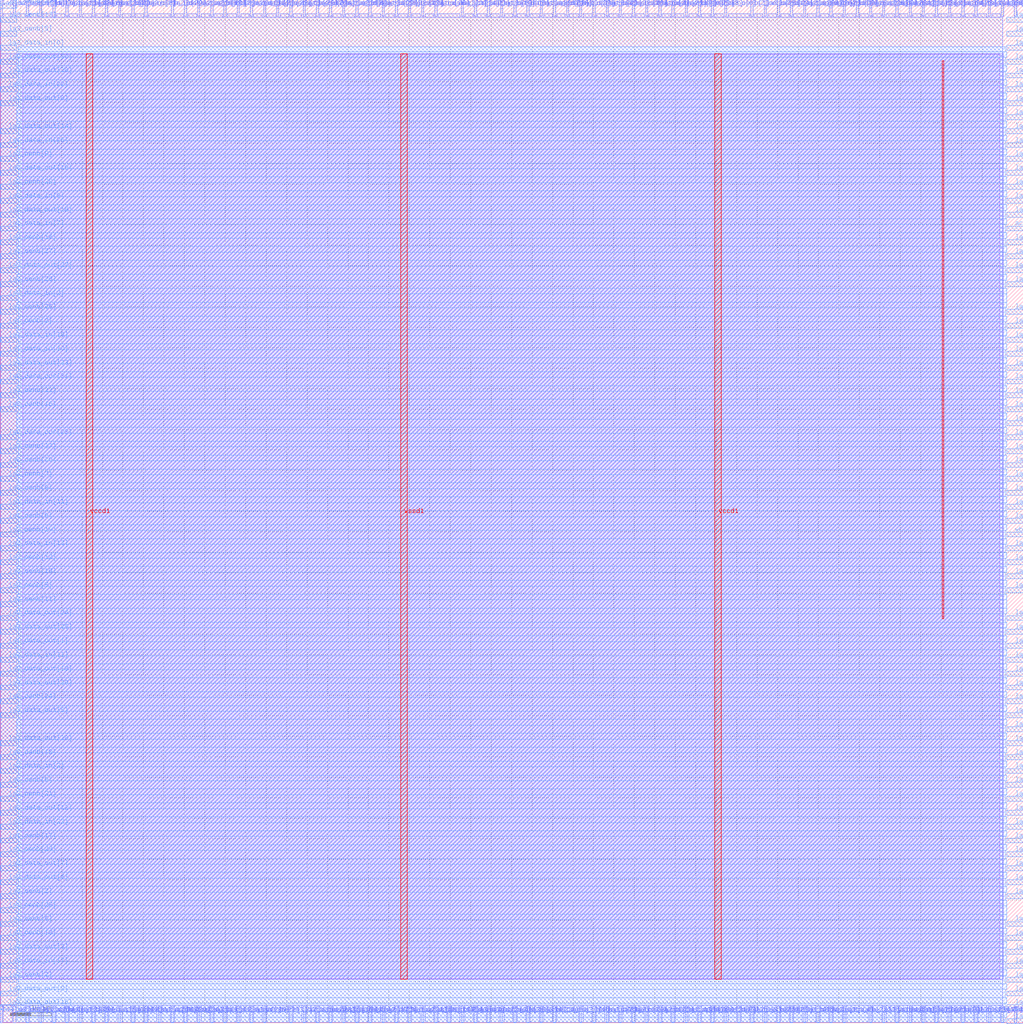
<source format=lef>
VERSION 5.7 ;
  NOWIREEXTENSIONATPIN ON ;
  DIVIDERCHAR "/" ;
  BUSBITCHARS "[]" ;
MACRO wrapped_instrumented_adder_kogge
  CLASS BLOCK ;
  FOREIGN wrapped_instrumented_adder_kogge ;
  ORIGIN 0.000 0.000 ;
  SIZE 250.000 BY 250.000 ;
  PIN active
    DIRECTION INPUT ;
    USE SIGNAL ;
    PORT
      LAYER met3 ;
        RECT 246.000 193.540 250.000 194.740 ;
    END
  END active
  PIN la1_data_in[0]
    DIRECTION INPUT ;
    USE SIGNAL ;
    PORT
      LAYER met2 ;
        RECT 64.350 246.000 64.910 250.000 ;
    END
  END la1_data_in[0]
  PIN la1_data_in[10]
    DIRECTION INPUT ;
    USE SIGNAL ;
    PORT
      LAYER met3 ;
        RECT 0.000 162.940 4.000 164.140 ;
    END
  END la1_data_in[10]
  PIN la1_data_in[11]
    DIRECTION INPUT ;
    USE SIGNAL ;
    PORT
      LAYER met3 ;
        RECT 0.000 125.540 4.000 126.740 ;
    END
  END la1_data_in[11]
  PIN la1_data_in[12]
    DIRECTION INPUT ;
    USE SIGNAL ;
    PORT
      LAYER met2 ;
        RECT 12.830 246.000 13.390 250.000 ;
    END
  END la1_data_in[12]
  PIN la1_data_in[13]
    DIRECTION INPUT ;
    USE SIGNAL ;
    PORT
      LAYER met3 ;
        RECT 246.000 169.740 250.000 170.940 ;
    END
  END la1_data_in[13]
  PIN la1_data_in[14]
    DIRECTION INPUT ;
    USE SIGNAL ;
    PORT
      LAYER met2 ;
        RECT 148.070 0.000 148.630 4.000 ;
    END
  END la1_data_in[14]
  PIN la1_data_in[15]
    DIRECTION INPUT ;
    USE SIGNAL ;
    PORT
      LAYER met2 ;
        RECT 77.230 0.000 77.790 4.000 ;
    END
  END la1_data_in[15]
  PIN la1_data_in[16]
    DIRECTION INPUT ;
    USE SIGNAL ;
    PORT
      LAYER met2 ;
        RECT 148.070 246.000 148.630 250.000 ;
    END
  END la1_data_in[16]
  PIN la1_data_in[17]
    DIRECTION INPUT ;
    USE SIGNAL ;
    PORT
      LAYER met2 ;
        RECT 93.330 246.000 93.890 250.000 ;
    END
  END la1_data_in[17]
  PIN la1_data_in[18]
    DIRECTION INPUT ;
    USE SIGNAL ;
    PORT
      LAYER met3 ;
        RECT 0.000 166.340 4.000 167.540 ;
    END
  END la1_data_in[18]
  PIN la1_data_in[19]
    DIRECTION INPUT ;
    USE SIGNAL ;
    PORT
      LAYER met3 ;
        RECT 246.000 20.140 250.000 21.340 ;
    END
  END la1_data_in[19]
  PIN la1_data_in[1]
    DIRECTION INPUT ;
    USE SIGNAL ;
    PORT
      LAYER met2 ;
        RECT 109.430 0.000 109.990 4.000 ;
    END
  END la1_data_in[1]
  PIN la1_data_in[20]
    DIRECTION INPUT ;
    USE SIGNAL ;
    PORT
      LAYER met2 ;
        RECT 180.270 0.000 180.830 4.000 ;
    END
  END la1_data_in[20]
  PIN la1_data_in[21]
    DIRECTION INPUT ;
    USE SIGNAL ;
    PORT
      LAYER met3 ;
        RECT 246.000 47.340 250.000 48.540 ;
    END
  END la1_data_in[21]
  PIN la1_data_in[22]
    DIRECTION INPUT ;
    USE SIGNAL ;
    PORT
      LAYER met2 ;
        RECT 235.010 0.000 235.570 4.000 ;
    END
  END la1_data_in[22]
  PIN la1_data_in[23]
    DIRECTION INPUT ;
    USE SIGNAL ;
    PORT
      LAYER met2 ;
        RECT 218.910 0.000 219.470 4.000 ;
    END
  END la1_data_in[23]
  PIN la1_data_in[24]
    DIRECTION INPUT ;
    USE SIGNAL ;
    PORT
      LAYER met3 ;
        RECT 246.000 3.140 250.000 4.340 ;
    END
  END la1_data_in[24]
  PIN la1_data_in[25]
    DIRECTION INPUT ;
    USE SIGNAL ;
    PORT
      LAYER met2 ;
        RECT 241.450 0.000 242.010 4.000 ;
    END
  END la1_data_in[25]
  PIN la1_data_in[26]
    DIRECTION INPUT ;
    USE SIGNAL ;
    PORT
      LAYER met3 ;
        RECT 0.000 213.940 4.000 215.140 ;
    END
  END la1_data_in[26]
  PIN la1_data_in[27]
    DIRECTION INPUT ;
    USE SIGNAL ;
    PORT
      LAYER met3 ;
        RECT 246.000 230.940 250.000 232.140 ;
    END
  END la1_data_in[27]
  PIN la1_data_in[28]
    DIRECTION INPUT ;
    USE SIGNAL ;
    PORT
      LAYER met3 ;
        RECT 246.000 145.940 250.000 147.140 ;
    END
  END la1_data_in[28]
  PIN la1_data_in[29]
    DIRECTION INPUT ;
    USE SIGNAL ;
    PORT
      LAYER met3 ;
        RECT 246.000 115.340 250.000 116.540 ;
    END
  END la1_data_in[29]
  PIN la1_data_in[2]
    DIRECTION INPUT ;
    USE SIGNAL ;
    PORT
      LAYER met2 ;
        RECT 25.710 0.000 26.270 4.000 ;
    END
  END la1_data_in[2]
  PIN la1_data_in[30]
    DIRECTION INPUT ;
    USE SIGNAL ;
    PORT
      LAYER met3 ;
        RECT 246.000 37.140 250.000 38.340 ;
    END
  END la1_data_in[30]
  PIN la1_data_in[31]
    DIRECTION INPUT ;
    USE SIGNAL ;
    PORT
      LAYER met2 ;
        RECT 9.610 246.000 10.170 250.000 ;
    END
  END la1_data_in[31]
  PIN la1_data_in[3]
    DIRECTION INPUT ;
    USE SIGNAL ;
    PORT
      LAYER met2 ;
        RECT 206.030 0.000 206.590 4.000 ;
    END
  END la1_data_in[3]
  PIN la1_data_in[4]
    DIRECTION INPUT ;
    USE SIGNAL ;
    PORT
      LAYER met2 ;
        RECT 199.590 0.000 200.150 4.000 ;
    END
  END la1_data_in[4]
  PIN la1_data_in[5]
    DIRECTION INPUT ;
    USE SIGNAL ;
    PORT
      LAYER met3 ;
        RECT 246.000 166.340 250.000 167.540 ;
    END
  END la1_data_in[5]
  PIN la1_data_in[6]
    DIRECTION INPUT ;
    USE SIGNAL ;
    PORT
      LAYER met3 ;
        RECT 246.000 43.940 250.000 45.140 ;
    END
  END la1_data_in[6]
  PIN la1_data_in[7]
    DIRECTION INPUT ;
    USE SIGNAL ;
    PORT
      LAYER met3 ;
        RECT 0.000 193.540 4.000 194.740 ;
    END
  END la1_data_in[7]
  PIN la1_data_in[8]
    DIRECTION INPUT ;
    USE SIGNAL ;
    PORT
      LAYER met2 ;
        RECT 196.370 0.000 196.930 4.000 ;
    END
  END la1_data_in[8]
  PIN la1_data_in[9]
    DIRECTION INPUT ;
    USE SIGNAL ;
    PORT
      LAYER met2 ;
        RECT 177.050 0.000 177.610 4.000 ;
    END
  END la1_data_in[9]
  PIN la1_data_out[0]
    DIRECTION INOUT ;
    USE SIGNAL ;
    PORT
      LAYER met3 ;
        RECT 0.000 224.140 4.000 225.340 ;
    END
  END la1_data_out[0]
  PIN la1_data_out[10]
    DIRECTION INOUT ;
    USE SIGNAL ;
    PORT
      LAYER met2 ;
        RECT 160.950 246.000 161.510 250.000 ;
    END
  END la1_data_out[10]
  PIN la1_data_out[11]
    DIRECTION INOUT ;
    USE SIGNAL ;
    PORT
      LAYER met2 ;
        RECT 99.770 0.000 100.330 4.000 ;
    END
  END la1_data_out[11]
  PIN la1_data_out[12]
    DIRECTION INOUT ;
    USE SIGNAL ;
    PORT
      LAYER met3 ;
        RECT 246.000 190.140 250.000 191.340 ;
    END
  END la1_data_out[12]
  PIN la1_data_out[13]
    DIRECTION INOUT ;
    USE SIGNAL ;
    PORT
      LAYER met3 ;
        RECT 246.000 139.140 250.000 140.340 ;
    END
  END la1_data_out[13]
  PIN la1_data_out[14]
    DIRECTION INOUT ;
    USE SIGNAL ;
    PORT
      LAYER met2 ;
        RECT 106.210 246.000 106.770 250.000 ;
    END
  END la1_data_out[14]
  PIN la1_data_out[15]
    DIRECTION INOUT ;
    USE SIGNAL ;
    PORT
      LAYER met2 ;
        RECT 54.690 0.000 55.250 4.000 ;
    END
  END la1_data_out[15]
  PIN la1_data_out[16]
    DIRECTION INOUT ;
    USE SIGNAL ;
    PORT
      LAYER met2 ;
        RECT 125.530 246.000 126.090 250.000 ;
    END
  END la1_data_out[16]
  PIN la1_data_out[17]
    DIRECTION INOUT ;
    USE SIGNAL ;
    PORT
      LAYER met2 ;
        RECT 54.690 246.000 55.250 250.000 ;
    END
  END la1_data_out[17]
  PIN la1_data_out[18]
    DIRECTION INOUT ;
    USE SIGNAL ;
    PORT
      LAYER met2 ;
        RECT 128.750 246.000 129.310 250.000 ;
    END
  END la1_data_out[18]
  PIN la1_data_out[19]
    DIRECTION INOUT ;
    USE SIGNAL ;
    PORT
      LAYER met3 ;
        RECT 246.000 81.340 250.000 82.540 ;
    END
  END la1_data_out[19]
  PIN la1_data_out[1]
    DIRECTION INOUT ;
    USE SIGNAL ;
    PORT
      LAYER met3 ;
        RECT 0.000 91.540 4.000 92.740 ;
    END
  END la1_data_out[1]
  PIN la1_data_out[20]
    DIRECTION INOUT ;
    USE SIGNAL ;
    PORT
      LAYER met3 ;
        RECT 0.000 230.940 4.000 232.140 ;
    END
  END la1_data_out[20]
  PIN la1_data_out[21]
    DIRECTION INOUT ;
    USE SIGNAL ;
    PORT
      LAYER met2 ;
        RECT 167.390 0.000 167.950 4.000 ;
    END
  END la1_data_out[21]
  PIN la1_data_out[22]
    DIRECTION INOUT ;
    USE SIGNAL ;
    PORT
      LAYER met2 ;
        RECT 19.270 246.000 19.830 250.000 ;
    END
  END la1_data_out[22]
  PIN la1_data_out[23]
    DIRECTION INOUT ;
    USE SIGNAL ;
    PORT
      LAYER met3 ;
        RECT 0.000 159.540 4.000 160.740 ;
    END
  END la1_data_out[23]
  PIN la1_data_out[24]
    DIRECTION INOUT ;
    USE SIGNAL ;
    PORT
      LAYER met2 ;
        RECT 215.690 0.000 216.250 4.000 ;
    END
  END la1_data_out[24]
  PIN la1_data_out[25]
    DIRECTION INOUT ;
    USE SIGNAL ;
    PORT
      LAYER met2 ;
        RECT 235.010 246.000 235.570 250.000 ;
    END
  END la1_data_out[25]
  PIN la1_data_out[26]
    DIRECTION INOUT ;
    USE SIGNAL ;
    PORT
      LAYER met3 ;
        RECT 246.000 237.740 250.000 238.940 ;
    END
  END la1_data_out[26]
  PIN la1_data_out[27]
    DIRECTION INOUT ;
    USE SIGNAL ;
    PORT
      LAYER met3 ;
        RECT 246.000 105.140 250.000 106.340 ;
    END
  END la1_data_out[27]
  PIN la1_data_out[28]
    DIRECTION INOUT ;
    USE SIGNAL ;
    PORT
      LAYER met3 ;
        RECT 246.000 207.140 250.000 208.340 ;
    END
  END la1_data_out[28]
  PIN la1_data_out[29]
    DIRECTION INOUT ;
    USE SIGNAL ;
    PORT
      LAYER met2 ;
        RECT 193.150 246.000 193.710 250.000 ;
    END
  END la1_data_out[29]
  PIN la1_data_out[2]
    DIRECTION INOUT ;
    USE SIGNAL ;
    PORT
      LAYER met2 ;
        RECT 225.350 0.000 225.910 4.000 ;
    END
  END la1_data_out[2]
  PIN la1_data_out[30]
    DIRECTION INOUT ;
    USE SIGNAL ;
    PORT
      LAYER met2 ;
        RECT 38.590 0.000 39.150 4.000 ;
    END
  END la1_data_out[30]
  PIN la1_data_out[31]
    DIRECTION INOUT ;
    USE SIGNAL ;
    PORT
      LAYER met2 ;
        RECT 212.470 246.000 213.030 250.000 ;
    END
  END la1_data_out[31]
  PIN la1_data_out[3]
    DIRECTION INOUT ;
    USE SIGNAL ;
    PORT
      LAYER met2 ;
        RECT 86.890 0.000 87.450 4.000 ;
    END
  END la1_data_out[3]
  PIN la1_data_out[4]
    DIRECTION INOUT ;
    USE SIGNAL ;
    PORT
      LAYER met3 ;
        RECT 246.000 128.940 250.000 130.140 ;
    END
  END la1_data_out[4]
  PIN la1_data_out[5]
    DIRECTION INOUT ;
    USE SIGNAL ;
    PORT
      LAYER met2 ;
        RECT 19.270 0.000 19.830 4.000 ;
    END
  END la1_data_out[5]
  PIN la1_data_out[6]
    DIRECTION INOUT ;
    USE SIGNAL ;
    PORT
      LAYER met3 ;
        RECT 246.000 196.940 250.000 198.140 ;
    END
  END la1_data_out[6]
  PIN la1_data_out[7]
    DIRECTION INOUT ;
    USE SIGNAL ;
    PORT
      LAYER met2 ;
        RECT 135.190 246.000 135.750 250.000 ;
    END
  END la1_data_out[7]
  PIN la1_data_out[8]
    DIRECTION INOUT ;
    USE SIGNAL ;
    PORT
      LAYER met2 ;
        RECT 199.590 246.000 200.150 250.000 ;
    END
  END la1_data_out[8]
  PIN la1_data_out[9]
    DIRECTION INOUT ;
    USE SIGNAL ;
    PORT
      LAYER met3 ;
        RECT 246.000 60.940 250.000 62.140 ;
    END
  END la1_data_out[9]
  PIN la1_oenb[0]
    DIRECTION INPUT ;
    USE SIGNAL ;
    PORT
      LAYER met2 ;
        RECT 74.010 246.000 74.570 250.000 ;
    END
  END la1_oenb[0]
  PIN la1_oenb[10]
    DIRECTION INPUT ;
    USE SIGNAL ;
    PORT
      LAYER met3 ;
        RECT 246.000 98.340 250.000 99.540 ;
    END
  END la1_oenb[10]
  PIN la1_oenb[11]
    DIRECTION INPUT ;
    USE SIGNAL ;
    PORT
      LAYER met3 ;
        RECT 246.000 67.740 250.000 68.940 ;
    END
  END la1_oenb[11]
  PIN la1_oenb[12]
    DIRECTION INPUT ;
    USE SIGNAL ;
    PORT
      LAYER met3 ;
        RECT 246.000 135.740 250.000 136.940 ;
    END
  END la1_oenb[12]
  PIN la1_oenb[13]
    DIRECTION INPUT ;
    USE SIGNAL ;
    PORT
      LAYER met2 ;
        RECT 64.350 0.000 64.910 4.000 ;
    END
  END la1_oenb[13]
  PIN la1_oenb[14]
    DIRECTION INPUT ;
    USE SIGNAL ;
    PORT
      LAYER met3 ;
        RECT 246.000 217.340 250.000 218.540 ;
    END
  END la1_oenb[14]
  PIN la1_oenb[15]
    DIRECTION INPUT ;
    USE SIGNAL ;
    PORT
      LAYER met2 ;
        RECT 96.550 246.000 97.110 250.000 ;
    END
  END la1_oenb[15]
  PIN la1_oenb[16]
    DIRECTION INPUT ;
    USE SIGNAL ;
    PORT
      LAYER met2 ;
        RECT 122.310 246.000 122.870 250.000 ;
    END
  END la1_oenb[16]
  PIN la1_oenb[17]
    DIRECTION INPUT ;
    USE SIGNAL ;
    PORT
      LAYER met3 ;
        RECT 0.000 43.940 4.000 45.140 ;
    END
  END la1_oenb[17]
  PIN la1_oenb[18]
    DIRECTION INPUT ;
    USE SIGNAL ;
    PORT
      LAYER met2 ;
        RECT 131.970 246.000 132.530 250.000 ;
    END
  END la1_oenb[18]
  PIN la1_oenb[19]
    DIRECTION INPUT ;
    USE SIGNAL ;
    PORT
      LAYER met3 ;
        RECT 246.000 23.540 250.000 24.740 ;
    END
  END la1_oenb[19]
  PIN la1_oenb[1]
    DIRECTION INPUT ;
    USE SIGNAL ;
    PORT
      LAYER met3 ;
        RECT 246.000 241.140 250.000 242.340 ;
    END
  END la1_oenb[1]
  PIN la1_oenb[20]
    DIRECTION INPUT ;
    USE SIGNAL ;
    PORT
      LAYER met2 ;
        RECT 106.210 0.000 106.770 4.000 ;
    END
  END la1_oenb[20]
  PIN la1_oenb[21]
    DIRECTION INPUT ;
    USE SIGNAL ;
    PORT
      LAYER met2 ;
        RECT 112.650 246.000 113.210 250.000 ;
    END
  END la1_oenb[21]
  PIN la1_oenb[22]
    DIRECTION INPUT ;
    USE SIGNAL ;
    PORT
      LAYER met2 ;
        RECT 61.130 0.000 61.690 4.000 ;
    END
  END la1_oenb[22]
  PIN la1_oenb[23]
    DIRECTION INPUT ;
    USE SIGNAL ;
    PORT
      LAYER met3 ;
        RECT 0.000 247.940 4.000 249.140 ;
    END
  END la1_oenb[23]
  PIN la1_oenb[24]
    DIRECTION INPUT ;
    USE SIGNAL ;
    PORT
      LAYER met2 ;
        RECT 247.890 0.000 248.450 4.000 ;
    END
  END la1_oenb[24]
  PIN la1_oenb[25]
    DIRECTION INPUT ;
    USE SIGNAL ;
    PORT
      LAYER met3 ;
        RECT 0.000 26.940 4.000 28.140 ;
    END
  END la1_oenb[25]
  PIN la1_oenb[26]
    DIRECTION INPUT ;
    USE SIGNAL ;
    PORT
      LAYER met3 ;
        RECT 0.000 173.140 4.000 174.340 ;
    END
  END la1_oenb[26]
  PIN la1_oenb[27]
    DIRECTION INPUT ;
    USE SIGNAL ;
    PORT
      LAYER met3 ;
        RECT 0.000 186.740 4.000 187.940 ;
    END
  END la1_oenb[27]
  PIN la1_oenb[28]
    DIRECTION INPUT ;
    USE SIGNAL ;
    PORT
      LAYER met3 ;
        RECT 0.000 40.540 4.000 41.740 ;
    END
  END la1_oenb[28]
  PIN la1_oenb[29]
    DIRECTION INPUT ;
    USE SIGNAL ;
    PORT
      LAYER met3 ;
        RECT 246.000 71.140 250.000 72.340 ;
    END
  END la1_oenb[29]
  PIN la1_oenb[2]
    DIRECTION INPUT ;
    USE SIGNAL ;
    PORT
      LAYER met3 ;
        RECT 0.000 169.740 4.000 170.940 ;
    END
  END la1_oenb[2]
  PIN la1_oenb[30]
    DIRECTION INPUT ;
    USE SIGNAL ;
    PORT
      LAYER met3 ;
        RECT 246.000 152.740 250.000 153.940 ;
    END
  END la1_oenb[30]
  PIN la1_oenb[31]
    DIRECTION INPUT ;
    USE SIGNAL ;
    PORT
      LAYER met2 ;
        RECT 25.710 246.000 26.270 250.000 ;
    END
  END la1_oenb[31]
  PIN la1_oenb[3]
    DIRECTION INPUT ;
    USE SIGNAL ;
    PORT
      LAYER met2 ;
        RECT 57.910 0.000 58.470 4.000 ;
    END
  END la1_oenb[3]
  PIN la1_oenb[4]
    DIRECTION INPUT ;
    USE SIGNAL ;
    PORT
      LAYER met2 ;
        RECT 28.930 0.000 29.490 4.000 ;
    END
  END la1_oenb[4]
  PIN la1_oenb[5]
    DIRECTION INPUT ;
    USE SIGNAL ;
    PORT
      LAYER met2 ;
        RECT 83.670 246.000 84.230 250.000 ;
    END
  END la1_oenb[5]
  PIN la1_oenb[6]
    DIRECTION INPUT ;
    USE SIGNAL ;
    PORT
      LAYER met3 ;
        RECT 0.000 23.540 4.000 24.740 ;
    END
  END la1_oenb[6]
  PIN la1_oenb[7]
    DIRECTION INPUT ;
    USE SIGNAL ;
    PORT
      LAYER met3 ;
        RECT 246.000 213.940 250.000 215.140 ;
    END
  END la1_oenb[7]
  PIN la1_oenb[8]
    DIRECTION INPUT ;
    USE SIGNAL ;
    PORT
      LAYER met3 ;
        RECT 0.000 122.140 4.000 123.340 ;
    END
  END la1_oenb[8]
  PIN la1_oenb[9]
    DIRECTION INPUT ;
    USE SIGNAL ;
    PORT
      LAYER met2 ;
        RECT 228.570 0.000 229.130 4.000 ;
    END
  END la1_oenb[9]
  PIN la2_data_in[0]
    DIRECTION INPUT ;
    USE SIGNAL ;
    PORT
      LAYER met3 ;
        RECT 0.000 237.740 4.000 238.940 ;
    END
  END la2_data_in[0]
  PIN la2_data_in[10]
    DIRECTION INPUT ;
    USE SIGNAL ;
    PORT
      LAYER met2 ;
        RECT 12.830 0.000 13.390 4.000 ;
    END
  END la2_data_in[10]
  PIN la2_data_in[11]
    DIRECTION INPUT ;
    USE SIGNAL ;
    PORT
      LAYER met3 ;
        RECT 0.000 88.140 4.000 89.340 ;
    END
  END la2_data_in[11]
  PIN la2_data_in[12]
    DIRECTION INPUT ;
    USE SIGNAL ;
    PORT
      LAYER met2 ;
        RECT 218.910 246.000 219.470 250.000 ;
    END
  END la2_data_in[12]
  PIN la2_data_in[13]
    DIRECTION INPUT ;
    USE SIGNAL ;
    PORT
      LAYER met3 ;
        RECT 0.000 115.340 4.000 116.540 ;
    END
  END la2_data_in[13]
  PIN la2_data_in[14]
    DIRECTION INPUT ;
    USE SIGNAL ;
    PORT
      LAYER met2 ;
        RECT 80.450 0.000 81.010 4.000 ;
    END
  END la2_data_in[14]
  PIN la2_data_in[15]
    DIRECTION INPUT ;
    USE SIGNAL ;
    PORT
      LAYER met2 ;
        RECT 238.230 246.000 238.790 250.000 ;
    END
  END la2_data_in[15]
  PIN la2_data_in[16]
    DIRECTION INPUT ;
    USE SIGNAL ;
    PORT
      LAYER met3 ;
        RECT 246.000 -0.260 250.000 0.940 ;
    END
  END la2_data_in[16]
  PIN la2_data_in[17]
    DIRECTION INPUT ;
    USE SIGNAL ;
    PORT
      LAYER met3 ;
        RECT 246.000 159.540 250.000 160.740 ;
    END
  END la2_data_in[17]
  PIN la2_data_in[18]
    DIRECTION INPUT ;
    USE SIGNAL ;
    PORT
      LAYER met2 ;
        RECT 45.030 246.000 45.590 250.000 ;
    END
  END la2_data_in[18]
  PIN la2_data_in[19]
    DIRECTION INPUT ;
    USE SIGNAL ;
    PORT
      LAYER met3 ;
        RECT 246.000 6.540 250.000 7.740 ;
    END
  END la2_data_in[19]
  PIN la2_data_in[1]
    DIRECTION INPUT ;
    USE SIGNAL ;
    PORT
      LAYER met3 ;
        RECT 246.000 108.540 250.000 109.740 ;
    END
  END la2_data_in[1]
  PIN la2_data_in[20]
    DIRECTION INPUT ;
    USE SIGNAL ;
    PORT
      LAYER met2 ;
        RECT 41.810 0.000 42.370 4.000 ;
    END
  END la2_data_in[20]
  PIN la2_data_in[21]
    DIRECTION INPUT ;
    USE SIGNAL ;
    PORT
      LAYER met2 ;
        RECT 141.630 0.000 142.190 4.000 ;
    END
  END la2_data_in[21]
  PIN la2_data_in[22]
    DIRECTION INPUT ;
    USE SIGNAL ;
    PORT
      LAYER met2 ;
        RECT 61.130 246.000 61.690 250.000 ;
    END
  END la2_data_in[22]
  PIN la2_data_in[23]
    DIRECTION INPUT ;
    USE SIGNAL ;
    PORT
      LAYER met2 ;
        RECT 228.570 246.000 229.130 250.000 ;
    END
  END la2_data_in[23]
  PIN la2_data_in[24]
    DIRECTION INPUT ;
    USE SIGNAL ;
    PORT
      LAYER met2 ;
        RECT 80.450 246.000 81.010 250.000 ;
    END
  END la2_data_in[24]
  PIN la2_data_in[25]
    DIRECTION INPUT ;
    USE SIGNAL ;
    PORT
      LAYER met2 ;
        RECT 102.990 0.000 103.550 4.000 ;
    END
  END la2_data_in[25]
  PIN la2_data_in[26]
    DIRECTION INPUT ;
    USE SIGNAL ;
    PORT
      LAYER met2 ;
        RECT 99.770 246.000 100.330 250.000 ;
    END
  END la2_data_in[26]
  PIN la2_data_in[27]
    DIRECTION INPUT ;
    USE SIGNAL ;
    PORT
      LAYER met2 ;
        RECT 231.790 0.000 232.350 4.000 ;
    END
  END la2_data_in[27]
  PIN la2_data_in[28]
    DIRECTION INPUT ;
    USE SIGNAL ;
    PORT
      LAYER met2 ;
        RECT 67.570 246.000 68.130 250.000 ;
    END
  END la2_data_in[28]
  PIN la2_data_in[29]
    DIRECTION INPUT ;
    USE SIGNAL ;
    PORT
      LAYER met2 ;
        RECT 35.370 246.000 35.930 250.000 ;
    END
  END la2_data_in[29]
  PIN la2_data_in[2]
    DIRECTION INPUT ;
    USE SIGNAL ;
    PORT
      LAYER met3 ;
        RECT 0.000 60.940 4.000 62.140 ;
    END
  END la2_data_in[2]
  PIN la2_data_in[30]
    DIRECTION INPUT ;
    USE SIGNAL ;
    PORT
      LAYER met3 ;
        RECT 246.000 16.740 250.000 17.940 ;
    END
  END la2_data_in[30]
  PIN la2_data_in[31]
    DIRECTION INPUT ;
    USE SIGNAL ;
    PORT
      LAYER met2 ;
        RECT 122.310 0.000 122.870 4.000 ;
    END
  END la2_data_in[31]
  PIN la2_data_in[3]
    DIRECTION INPUT ;
    USE SIGNAL ;
    PORT
      LAYER met2 ;
        RECT 196.370 246.000 196.930 250.000 ;
    END
  END la2_data_in[3]
  PIN la2_data_in[4]
    DIRECTION INPUT ;
    USE SIGNAL ;
    PORT
      LAYER met2 ;
        RECT 154.510 246.000 155.070 250.000 ;
    END
  END la2_data_in[4]
  PIN la2_data_in[5]
    DIRECTION INPUT ;
    USE SIGNAL ;
    PORT
      LAYER met2 ;
        RECT 222.130 246.000 222.690 250.000 ;
    END
  END la2_data_in[5]
  PIN la2_data_in[6]
    DIRECTION INPUT ;
    USE SIGNAL ;
    PORT
      LAYER met2 ;
        RECT 135.190 0.000 135.750 4.000 ;
    END
  END la2_data_in[6]
  PIN la2_data_in[7]
    DIRECTION INPUT ;
    USE SIGNAL ;
    PORT
      LAYER met2 ;
        RECT 189.930 0.000 190.490 4.000 ;
    END
  END la2_data_in[7]
  PIN la2_data_in[8]
    DIRECTION INPUT ;
    USE SIGNAL ;
    PORT
      LAYER met2 ;
        RECT 57.910 246.000 58.470 250.000 ;
    END
  END la2_data_in[8]
  PIN la2_data_in[9]
    DIRECTION INPUT ;
    USE SIGNAL ;
    PORT
      LAYER met3 ;
        RECT 0.000 200.340 4.000 201.540 ;
    END
  END la2_data_in[9]
  PIN la2_data_out[0]
    DIRECTION INOUT ;
    USE SIGNAL ;
    PORT
      LAYER met3 ;
        RECT 246.000 132.340 250.000 133.540 ;
    END
  END la2_data_out[0]
  PIN la2_data_out[10]
    DIRECTION INOUT ;
    USE SIGNAL ;
    PORT
      LAYER met3 ;
        RECT 246.000 156.140 250.000 157.340 ;
    END
  END la2_data_out[10]
  PIN la2_data_out[11]
    DIRECTION INOUT ;
    USE SIGNAL ;
    PORT
      LAYER met2 ;
        RECT -0.050 246.000 0.510 250.000 ;
    END
  END la2_data_out[11]
  PIN la2_data_out[12]
    DIRECTION INOUT ;
    USE SIGNAL ;
    PORT
      LAYER met3 ;
        RECT 0.000 50.740 4.000 51.940 ;
    END
  END la2_data_out[12]
  PIN la2_data_out[13]
    DIRECTION INOUT ;
    USE SIGNAL ;
    PORT
      LAYER met2 ;
        RECT 160.950 0.000 161.510 4.000 ;
    END
  END la2_data_out[13]
  PIN la2_data_out[14]
    DIRECTION INOUT ;
    USE SIGNAL ;
    PORT
      LAYER met3 ;
        RECT 0.000 217.340 4.000 218.540 ;
    END
  END la2_data_out[14]
  PIN la2_data_out[15]
    DIRECTION INOUT ;
    USE SIGNAL ;
    PORT
      LAYER met3 ;
        RECT 0.000 196.940 4.000 198.140 ;
    END
  END la2_data_out[15]
  PIN la2_data_out[16]
    DIRECTION INOUT ;
    USE SIGNAL ;
    PORT
      LAYER met2 ;
        RECT 77.230 246.000 77.790 250.000 ;
    END
  END la2_data_out[16]
  PIN la2_data_out[17]
    DIRECTION INOUT ;
    USE SIGNAL ;
    PORT
      LAYER met2 ;
        RECT 86.890 246.000 87.450 250.000 ;
    END
  END la2_data_out[17]
  PIN la2_data_out[18]
    DIRECTION INOUT ;
    USE SIGNAL ;
    PORT
      LAYER met3 ;
        RECT 0.000 84.740 4.000 85.940 ;
    END
  END la2_data_out[18]
  PIN la2_data_out[19]
    DIRECTION INOUT ;
    USE SIGNAL ;
    PORT
      LAYER met2 ;
        RECT 41.810 246.000 42.370 250.000 ;
    END
  END la2_data_out[19]
  PIN la2_data_out[1]
    DIRECTION INOUT ;
    USE SIGNAL ;
    PORT
      LAYER met3 ;
        RECT 246.000 234.340 250.000 235.540 ;
    END
  END la2_data_out[1]
  PIN la2_data_out[20]
    DIRECTION INOUT ;
    USE SIGNAL ;
    PORT
      LAYER met3 ;
        RECT 0.000 67.740 4.000 68.940 ;
    END
  END la2_data_out[20]
  PIN la2_data_out[21]
    DIRECTION INOUT ;
    USE SIGNAL ;
    PORT
      LAYER met2 ;
        RECT 93.330 0.000 93.890 4.000 ;
    END
  END la2_data_out[21]
  PIN la2_data_out[22]
    DIRECTION INOUT ;
    USE SIGNAL ;
    PORT
      LAYER met3 ;
        RECT 246.000 149.340 250.000 150.540 ;
    END
  END la2_data_out[22]
  PIN la2_data_out[23]
    DIRECTION INOUT ;
    USE SIGNAL ;
    PORT
      LAYER met3 ;
        RECT 0.000 142.540 4.000 143.740 ;
    END
  END la2_data_out[23]
  PIN la2_data_out[24]
    DIRECTION INOUT ;
    USE SIGNAL ;
    PORT
      LAYER met3 ;
        RECT 0.000 98.340 4.000 99.540 ;
    END
  END la2_data_out[24]
  PIN la2_data_out[25]
    DIRECTION INOUT ;
    USE SIGNAL ;
    PORT
      LAYER met2 ;
        RECT 206.030 246.000 206.590 250.000 ;
    END
  END la2_data_out[25]
  PIN la2_data_out[26]
    DIRECTION INOUT ;
    USE SIGNAL ;
    PORT
      LAYER met2 ;
        RECT 96.550 0.000 97.110 4.000 ;
    END
  END la2_data_out[26]
  PIN la2_data_out[27]
    DIRECTION INOUT ;
    USE SIGNAL ;
    PORT
      LAYER met2 ;
        RECT 189.930 246.000 190.490 250.000 ;
    END
  END la2_data_out[27]
  PIN la2_data_out[28]
    DIRECTION INOUT ;
    USE SIGNAL ;
    PORT
      LAYER met3 ;
        RECT 246.000 142.540 250.000 143.740 ;
    END
  END la2_data_out[28]
  PIN la2_data_out[29]
    DIRECTION INOUT ;
    USE SIGNAL ;
    PORT
      LAYER met2 ;
        RECT 212.470 0.000 213.030 4.000 ;
    END
  END la2_data_out[29]
  PIN la2_data_out[2]
    DIRECTION INOUT ;
    USE SIGNAL ;
    PORT
      LAYER met3 ;
        RECT 0.000 6.540 4.000 7.740 ;
    END
  END la2_data_out[2]
  PIN la2_data_out[30]
    DIRECTION INOUT ;
    USE SIGNAL ;
    PORT
      LAYER met3 ;
        RECT 0.000 234.340 4.000 235.540 ;
    END
  END la2_data_out[30]
  PIN la2_data_out[31]
    DIRECTION INOUT ;
    USE SIGNAL ;
    PORT
      LAYER met3 ;
        RECT 0.000 156.140 4.000 157.340 ;
    END
  END la2_data_out[31]
  PIN la2_data_out[3]
    DIRECTION INOUT ;
    USE SIGNAL ;
    PORT
      LAYER met3 ;
        RECT 0.000 16.740 4.000 17.940 ;
    END
  END la2_data_out[3]
  PIN la2_data_out[4]
    DIRECTION INOUT ;
    USE SIGNAL ;
    PORT
      LAYER met3 ;
        RECT 0.000 33.740 4.000 34.940 ;
    END
  END la2_data_out[4]
  PIN la2_data_out[5]
    DIRECTION INOUT ;
    USE SIGNAL ;
    PORT
      LAYER met2 ;
        RECT 154.510 0.000 155.070 4.000 ;
    END
  END la2_data_out[5]
  PIN la2_data_out[6]
    DIRECTION INOUT ;
    USE SIGNAL ;
    PORT
      LAYER met2 ;
        RECT 74.010 0.000 74.570 4.000 ;
    END
  END la2_data_out[6]
  PIN la2_data_out[7]
    DIRECTION INOUT ;
    USE SIGNAL ;
    PORT
      LAYER met3 ;
        RECT 0.000 37.140 4.000 38.340 ;
    END
  END la2_data_out[7]
  PIN la2_data_out[8]
    DIRECTION INOUT ;
    USE SIGNAL ;
    PORT
      LAYER met3 ;
        RECT 246.000 40.540 250.000 41.740 ;
    END
  END la2_data_out[8]
  PIN la2_data_out[9]
    DIRECTION INOUT ;
    USE SIGNAL ;
    PORT
      LAYER met3 ;
        RECT 246.000 77.940 250.000 79.140 ;
    END
  END la2_data_out[9]
  PIN la2_oenb[0]
    DIRECTION INPUT ;
    USE SIGNAL ;
    PORT
      LAYER met2 ;
        RECT 173.830 246.000 174.390 250.000 ;
    END
  END la2_oenb[0]
  PIN la2_oenb[10]
    DIRECTION INPUT ;
    USE SIGNAL ;
    PORT
      LAYER met3 ;
        RECT 0.000 118.740 4.000 119.940 ;
    END
  END la2_oenb[10]
  PIN la2_oenb[11]
    DIRECTION INPUT ;
    USE SIGNAL ;
    PORT
      LAYER met2 ;
        RECT 138.410 246.000 138.970 250.000 ;
    END
  END la2_oenb[11]
  PIN la2_oenb[12]
    DIRECTION INPUT ;
    USE SIGNAL ;
    PORT
      LAYER met3 ;
        RECT 246.000 74.540 250.000 75.740 ;
    END
  END la2_oenb[12]
  PIN la2_oenb[13]
    DIRECTION INPUT ;
    USE SIGNAL ;
    PORT
      LAYER met3 ;
        RECT 246.000 220.740 250.000 221.940 ;
    END
  END la2_oenb[13]
  PIN la2_oenb[14]
    DIRECTION INPUT ;
    USE SIGNAL ;
    PORT
      LAYER met3 ;
        RECT 0.000 190.140 4.000 191.340 ;
    END
  END la2_oenb[14]
  PIN la2_oenb[15]
    DIRECTION INPUT ;
    USE SIGNAL ;
    PORT
      LAYER met2 ;
        RECT 151.290 0.000 151.850 4.000 ;
    END
  END la2_oenb[15]
  PIN la2_oenb[16]
    DIRECTION INPUT ;
    USE SIGNAL ;
    PORT
      LAYER met3 ;
        RECT 246.000 183.340 250.000 184.540 ;
    END
  END la2_oenb[16]
  PIN la2_oenb[17]
    DIRECTION INPUT ;
    USE SIGNAL ;
    PORT
      LAYER met2 ;
        RECT 6.390 246.000 6.950 250.000 ;
    END
  END la2_oenb[17]
  PIN la2_oenb[18]
    DIRECTION INPUT ;
    USE SIGNAL ;
    PORT
      LAYER met3 ;
        RECT 0.000 20.140 4.000 21.340 ;
    END
  END la2_oenb[18]
  PIN la2_oenb[19]
    DIRECTION INPUT ;
    USE SIGNAL ;
    PORT
      LAYER met2 ;
        RECT 183.490 0.000 184.050 4.000 ;
    END
  END la2_oenb[19]
  PIN la2_oenb[1]
    DIRECTION INPUT ;
    USE SIGNAL ;
    PORT
      LAYER met2 ;
        RECT 177.050 246.000 177.610 250.000 ;
    END
  END la2_oenb[1]
  PIN la2_oenb[20]
    DIRECTION INPUT ;
    USE SIGNAL ;
    PORT
      LAYER met2 ;
        RECT 48.250 246.000 48.810 250.000 ;
    END
  END la2_oenb[20]
  PIN la2_oenb[21]
    DIRECTION INPUT ;
    USE SIGNAL ;
    PORT
      LAYER met3 ;
        RECT 0.000 54.140 4.000 55.340 ;
    END
  END la2_oenb[21]
  PIN la2_oenb[22]
    DIRECTION INPUT ;
    USE SIGNAL ;
    PORT
      LAYER met3 ;
        RECT 0.000 152.740 4.000 153.940 ;
    END
  END la2_oenb[22]
  PIN la2_oenb[23]
    DIRECTION INPUT ;
    USE SIGNAL ;
    PORT
      LAYER met3 ;
        RECT 246.000 88.140 250.000 89.340 ;
    END
  END la2_oenb[23]
  PIN la2_oenb[24]
    DIRECTION INPUT ;
    USE SIGNAL ;
    PORT
      LAYER met3 ;
        RECT 0.000 77.940 4.000 79.140 ;
    END
  END la2_oenb[24]
  PIN la2_oenb[25]
    DIRECTION INPUT ;
    USE SIGNAL ;
    PORT
      LAYER met2 ;
        RECT 193.150 0.000 193.710 4.000 ;
    END
  END la2_oenb[25]
  PIN la2_oenb[26]
    DIRECTION INPUT ;
    USE SIGNAL ;
    PORT
      LAYER met2 ;
        RECT 183.490 246.000 184.050 250.000 ;
    END
  END la2_oenb[26]
  PIN la2_oenb[27]
    DIRECTION INPUT ;
    USE SIGNAL ;
    PORT
      LAYER met3 ;
        RECT 0.000 139.140 4.000 140.340 ;
    END
  END la2_oenb[27]
  PIN la2_oenb[28]
    DIRECTION INPUT ;
    USE SIGNAL ;
    PORT
      LAYER met3 ;
        RECT 0.000 203.740 4.000 204.940 ;
    END
  END la2_oenb[28]
  PIN la2_oenb[29]
    DIRECTION INPUT ;
    USE SIGNAL ;
    PORT
      LAYER met2 ;
        RECT 167.390 246.000 167.950 250.000 ;
    END
  END la2_oenb[29]
  PIN la2_oenb[2]
    DIRECTION INPUT ;
    USE SIGNAL ;
    PORT
      LAYER met3 ;
        RECT 0.000 9.940 4.000 11.140 ;
    END
  END la2_oenb[2]
  PIN la2_oenb[30]
    DIRECTION INPUT ;
    USE SIGNAL ;
    PORT
      LAYER met3 ;
        RECT 0.000 135.740 4.000 136.940 ;
    END
  END la2_oenb[30]
  PIN la2_oenb[31]
    DIRECTION INPUT ;
    USE SIGNAL ;
    PORT
      LAYER met2 ;
        RECT 151.290 246.000 151.850 250.000 ;
    END
  END la2_oenb[31]
  PIN la2_oenb[3]
    DIRECTION INPUT ;
    USE SIGNAL ;
    PORT
      LAYER met2 ;
        RECT 3.170 246.000 3.730 250.000 ;
    END
  END la2_oenb[3]
  PIN la2_oenb[4]
    DIRECTION INPUT ;
    USE SIGNAL ;
    PORT
      LAYER met2 ;
        RECT 247.890 246.000 248.450 250.000 ;
    END
  END la2_oenb[4]
  PIN la2_oenb[5]
    DIRECTION INPUT ;
    USE SIGNAL ;
    PORT
      LAYER met3 ;
        RECT 0.000 105.140 4.000 106.340 ;
    END
  END la2_oenb[5]
  PIN la2_oenb[6]
    DIRECTION INPUT ;
    USE SIGNAL ;
    PORT
      LAYER met2 ;
        RECT 119.090 246.000 119.650 250.000 ;
    END
  END la2_oenb[6]
  PIN la2_oenb[7]
    DIRECTION INPUT ;
    USE SIGNAL ;
    PORT
      LAYER met3 ;
        RECT 0.000 132.340 4.000 133.540 ;
    END
  END la2_oenb[7]
  PIN la2_oenb[8]
    DIRECTION INPUT ;
    USE SIGNAL ;
    PORT
      LAYER met2 ;
        RECT 51.470 246.000 52.030 250.000 ;
    END
  END la2_oenb[8]
  PIN la2_oenb[9]
    DIRECTION INPUT ;
    USE SIGNAL ;
    PORT
      LAYER met3 ;
        RECT 0.000 128.940 4.000 130.140 ;
    END
  END la2_oenb[9]
  PIN la3_data_in[0]
    DIRECTION INPUT ;
    USE SIGNAL ;
    PORT
      LAYER met3 ;
        RECT 246.000 111.940 250.000 113.140 ;
    END
  END la3_data_in[0]
  PIN la3_data_in[10]
    DIRECTION INPUT ;
    USE SIGNAL ;
    PORT
      LAYER met2 ;
        RECT 131.970 0.000 132.530 4.000 ;
    END
  END la3_data_in[10]
  PIN la3_data_in[11]
    DIRECTION INPUT ;
    USE SIGNAL ;
    PORT
      LAYER met3 ;
        RECT 246.000 91.540 250.000 92.740 ;
    END
  END la3_data_in[11]
  PIN la3_data_in[12]
    DIRECTION INPUT ;
    USE SIGNAL ;
    PORT
      LAYER met3 ;
        RECT 246.000 30.340 250.000 31.540 ;
    END
  END la3_data_in[12]
  PIN la3_data_in[13]
    DIRECTION INPUT ;
    USE SIGNAL ;
    PORT
      LAYER met2 ;
        RECT 202.810 0.000 203.370 4.000 ;
    END
  END la3_data_in[13]
  PIN la3_data_in[14]
    DIRECTION INPUT ;
    USE SIGNAL ;
    PORT
      LAYER met2 ;
        RECT 231.790 246.000 232.350 250.000 ;
    END
  END la3_data_in[14]
  PIN la3_data_in[15]
    DIRECTION INPUT ;
    USE SIGNAL ;
    PORT
      LAYER met3 ;
        RECT 246.000 203.740 250.000 204.940 ;
    END
  END la3_data_in[15]
  PIN la3_data_in[16]
    DIRECTION INPUT ;
    USE SIGNAL ;
    PORT
      LAYER met2 ;
        RECT 119.090 0.000 119.650 4.000 ;
    END
  END la3_data_in[16]
  PIN la3_data_in[17]
    DIRECTION INPUT ;
    USE SIGNAL ;
    PORT
      LAYER met3 ;
        RECT 0.000 13.340 4.000 14.540 ;
    END
  END la3_data_in[17]
  PIN la3_data_in[18]
    DIRECTION INPUT ;
    USE SIGNAL ;
    PORT
      LAYER met3 ;
        RECT 246.000 13.340 250.000 14.540 ;
    END
  END la3_data_in[18]
  PIN la3_data_in[19]
    DIRECTION INPUT ;
    USE SIGNAL ;
    PORT
      LAYER met2 ;
        RECT 115.870 246.000 116.430 250.000 ;
    END
  END la3_data_in[19]
  PIN la3_data_in[1]
    DIRECTION INPUT ;
    USE SIGNAL ;
    PORT
      LAYER met2 ;
        RECT 115.870 0.000 116.430 4.000 ;
    END
  END la3_data_in[1]
  PIN la3_data_in[20]
    DIRECTION INPUT ;
    USE SIGNAL ;
    PORT
      LAYER met2 ;
        RECT 22.490 0.000 23.050 4.000 ;
    END
  END la3_data_in[20]
  PIN la3_data_in[21]
    DIRECTION INPUT ;
    USE SIGNAL ;
    PORT
      LAYER met2 ;
        RECT 157.730 246.000 158.290 250.000 ;
    END
  END la3_data_in[21]
  PIN la3_data_in[22]
    DIRECTION INPUT ;
    USE SIGNAL ;
    PORT
      LAYER met3 ;
        RECT 0.000 227.540 4.000 228.740 ;
    END
  END la3_data_in[22]
  PIN la3_data_in[23]
    DIRECTION INPUT ;
    USE SIGNAL ;
    PORT
      LAYER met3 ;
        RECT 0.000 47.340 4.000 48.540 ;
    END
  END la3_data_in[23]
  PIN la3_data_in[24]
    DIRECTION INPUT ;
    USE SIGNAL ;
    PORT
      LAYER met2 ;
        RECT 83.670 0.000 84.230 4.000 ;
    END
  END la3_data_in[24]
  PIN la3_data_in[25]
    DIRECTION INPUT ;
    USE SIGNAL ;
    PORT
      LAYER met3 ;
        RECT 246.000 244.540 250.000 245.740 ;
    END
  END la3_data_in[25]
  PIN la3_data_in[26]
    DIRECTION INPUT ;
    USE SIGNAL ;
    PORT
      LAYER met3 ;
        RECT 246.000 64.340 250.000 65.540 ;
    END
  END la3_data_in[26]
  PIN la3_data_in[27]
    DIRECTION INPUT ;
    USE SIGNAL ;
    PORT
      LAYER met2 ;
        RECT 170.610 0.000 171.170 4.000 ;
    END
  END la3_data_in[27]
  PIN la3_data_in[28]
    DIRECTION INPUT ;
    USE SIGNAL ;
    PORT
      LAYER met2 ;
        RECT 244.670 246.000 245.230 250.000 ;
    END
  END la3_data_in[28]
  PIN la3_data_in[29]
    DIRECTION INPUT ;
    USE SIGNAL ;
    PORT
      LAYER met2 ;
        RECT 164.170 0.000 164.730 4.000 ;
    END
  END la3_data_in[29]
  PIN la3_data_in[2]
    DIRECTION INPUT ;
    USE SIGNAL ;
    PORT
      LAYER met3 ;
        RECT 0.000 176.540 4.000 177.740 ;
    END
  END la3_data_in[2]
  PIN la3_data_in[30]
    DIRECTION INPUT ;
    USE SIGNAL ;
    PORT
      LAYER met2 ;
        RECT 9.610 0.000 10.170 4.000 ;
    END
  END la3_data_in[30]
  PIN la3_data_in[31]
    DIRECTION INPUT ;
    USE SIGNAL ;
    PORT
      LAYER met2 ;
        RECT 222.130 0.000 222.690 4.000 ;
    END
  END la3_data_in[31]
  PIN la3_data_in[3]
    DIRECTION INPUT ;
    USE SIGNAL ;
    PORT
      LAYER met3 ;
        RECT 246.000 33.740 250.000 34.940 ;
    END
  END la3_data_in[3]
  PIN la3_data_in[4]
    DIRECTION INPUT ;
    USE SIGNAL ;
    PORT
      LAYER met2 ;
        RECT 141.630 246.000 142.190 250.000 ;
    END
  END la3_data_in[4]
  PIN la3_data_in[5]
    DIRECTION INPUT ;
    USE SIGNAL ;
    PORT
      LAYER met3 ;
        RECT 246.000 173.140 250.000 174.340 ;
    END
  END la3_data_in[5]
  PIN la3_data_in[6]
    DIRECTION INPUT ;
    USE SIGNAL ;
    PORT
      LAYER met2 ;
        RECT 16.050 246.000 16.610 250.000 ;
    END
  END la3_data_in[6]
  PIN la3_data_in[7]
    DIRECTION INPUT ;
    USE SIGNAL ;
    PORT
      LAYER met2 ;
        RECT 28.930 246.000 29.490 250.000 ;
    END
  END la3_data_in[7]
  PIN la3_data_in[8]
    DIRECTION INPUT ;
    USE SIGNAL ;
    PORT
      LAYER met2 ;
        RECT 22.490 246.000 23.050 250.000 ;
    END
  END la3_data_in[8]
  PIN la3_data_in[9]
    DIRECTION INPUT ;
    USE SIGNAL ;
    PORT
      LAYER met2 ;
        RECT 6.390 0.000 6.950 4.000 ;
    END
  END la3_data_in[9]
  PIN la3_data_out[0]
    DIRECTION INOUT ;
    USE SIGNAL ;
    PORT
      LAYER met2 ;
        RECT 45.030 0.000 45.590 4.000 ;
    END
  END la3_data_out[0]
  PIN la3_data_out[10]
    DIRECTION INOUT ;
    USE SIGNAL ;
    PORT
      LAYER met3 ;
        RECT 246.000 94.940 250.000 96.140 ;
    END
  END la3_data_out[10]
  PIN la3_data_out[11]
    DIRECTION INOUT ;
    USE SIGNAL ;
    PORT
      LAYER met2 ;
        RECT 125.530 0.000 126.090 4.000 ;
    END
  END la3_data_out[11]
  PIN la3_data_out[12]
    DIRECTION INOUT ;
    USE SIGNAL ;
    PORT
      LAYER met2 ;
        RECT 215.690 246.000 216.250 250.000 ;
    END
  END la3_data_out[12]
  PIN la3_data_out[13]
    DIRECTION INOUT ;
    USE SIGNAL ;
    PORT
      LAYER met3 ;
        RECT 246.000 227.540 250.000 228.740 ;
    END
  END la3_data_out[13]
  PIN la3_data_out[14]
    DIRECTION INOUT ;
    USE SIGNAL ;
    PORT
      LAYER met2 ;
        RECT 70.790 246.000 71.350 250.000 ;
    END
  END la3_data_out[14]
  PIN la3_data_out[15]
    DIRECTION INOUT ;
    USE SIGNAL ;
    PORT
      LAYER met2 ;
        RECT 32.150 0.000 32.710 4.000 ;
    END
  END la3_data_out[15]
  PIN la3_data_out[16]
    DIRECTION INOUT ;
    USE SIGNAL ;
    PORT
      LAYER met3 ;
        RECT 0.000 3.140 4.000 4.340 ;
    END
  END la3_data_out[16]
  PIN la3_data_out[17]
    DIRECTION INOUT ;
    USE SIGNAL ;
    PORT
      LAYER met3 ;
        RECT 246.000 224.140 250.000 225.340 ;
    END
  END la3_data_out[17]
  PIN la3_data_out[18]
    DIRECTION INOUT ;
    USE SIGNAL ;
    PORT
      LAYER met3 ;
        RECT 0.000 207.140 4.000 208.340 ;
    END
  END la3_data_out[18]
  PIN la3_data_out[19]
    DIRECTION INOUT ;
    USE SIGNAL ;
    PORT
      LAYER met3 ;
        RECT 246.000 162.940 250.000 164.140 ;
    END
  END la3_data_out[19]
  PIN la3_data_out[1]
    DIRECTION INOUT ;
    USE SIGNAL ;
    PORT
      LAYER met3 ;
        RECT 246.000 54.140 250.000 55.340 ;
    END
  END la3_data_out[1]
  PIN la3_data_out[20]
    DIRECTION INOUT ;
    USE SIGNAL ;
    PORT
      LAYER met3 ;
        RECT 0.000 81.340 4.000 82.540 ;
    END
  END la3_data_out[20]
  PIN la3_data_out[21]
    DIRECTION INOUT ;
    USE SIGNAL ;
    PORT
      LAYER met2 ;
        RECT 241.450 246.000 242.010 250.000 ;
    END
  END la3_data_out[21]
  PIN la3_data_out[22]
    DIRECTION INOUT ;
    USE SIGNAL ;
    PORT
      LAYER met2 ;
        RECT 102.990 246.000 103.550 250.000 ;
    END
  END la3_data_out[22]
  PIN la3_data_out[23]
    DIRECTION INOUT ;
    USE SIGNAL ;
    PORT
      LAYER met2 ;
        RECT 70.790 0.000 71.350 4.000 ;
    END
  END la3_data_out[23]
  PIN la3_data_out[24]
    DIRECTION INOUT ;
    USE SIGNAL ;
    PORT
      LAYER met3 ;
        RECT 246.000 125.540 250.000 126.740 ;
    END
  END la3_data_out[24]
  PIN la3_data_out[25]
    DIRECTION INOUT ;
    USE SIGNAL ;
    PORT
      LAYER met3 ;
        RECT 0.000 94.940 4.000 96.140 ;
    END
  END la3_data_out[25]
  PIN la3_data_out[26]
    DIRECTION INOUT ;
    USE SIGNAL ;
    PORT
      LAYER met3 ;
        RECT 246.000 50.740 250.000 51.940 ;
    END
  END la3_data_out[26]
  PIN la3_data_out[27]
    DIRECTION INOUT ;
    USE SIGNAL ;
    PORT
      LAYER met3 ;
        RECT 0.000 183.340 4.000 184.540 ;
    END
  END la3_data_out[27]
  PIN la3_data_out[28]
    DIRECTION INOUT ;
    USE SIGNAL ;
    PORT
      LAYER met2 ;
        RECT 238.230 0.000 238.790 4.000 ;
    END
  END la3_data_out[28]
  PIN la3_data_out[29]
    DIRECTION INOUT ;
    USE SIGNAL ;
    PORT
      LAYER met2 ;
        RECT 35.370 0.000 35.930 4.000 ;
    END
  END la3_data_out[29]
  PIN la3_data_out[2]
    DIRECTION INOUT ;
    USE SIGNAL ;
    PORT
      LAYER met2 ;
        RECT 112.650 0.000 113.210 4.000 ;
    END
  END la3_data_out[2]
  PIN la3_data_out[30]
    DIRECTION INOUT ;
    USE SIGNAL ;
    PORT
      LAYER met3 ;
        RECT 246.000 84.740 250.000 85.940 ;
    END
  END la3_data_out[30]
  PIN la3_data_out[31]
    DIRECTION INOUT ;
    USE SIGNAL ;
    PORT
      LAYER met2 ;
        RECT 225.350 246.000 225.910 250.000 ;
    END
  END la3_data_out[31]
  PIN la3_data_out[3]
    DIRECTION INOUT ;
    USE SIGNAL ;
    PORT
      LAYER met3 ;
        RECT 246.000 200.340 250.000 201.540 ;
    END
  END la3_data_out[3]
  PIN la3_data_out[4]
    DIRECTION INOUT ;
    USE SIGNAL ;
    PORT
      LAYER met2 ;
        RECT 244.670 0.000 245.230 4.000 ;
    END
  END la3_data_out[4]
  PIN la3_data_out[5]
    DIRECTION INOUT ;
    USE SIGNAL ;
    PORT
      LAYER met3 ;
        RECT 0.000 74.540 4.000 75.740 ;
    END
  END la3_data_out[5]
  PIN la3_data_out[6]
    DIRECTION INOUT ;
    USE SIGNAL ;
    PORT
      LAYER met3 ;
        RECT 246.000 122.140 250.000 123.340 ;
    END
  END la3_data_out[6]
  PIN la3_data_out[7]
    DIRECTION INOUT ;
    USE SIGNAL ;
    PORT
      LAYER met2 ;
        RECT 3.170 0.000 3.730 4.000 ;
    END
  END la3_data_out[7]
  PIN la3_data_out[8]
    DIRECTION INOUT ;
    USE SIGNAL ;
    PORT
      LAYER met3 ;
        RECT 246.000 210.540 250.000 211.740 ;
    END
  END la3_data_out[8]
  PIN la3_data_out[9]
    DIRECTION INOUT ;
    USE SIGNAL ;
    PORT
      LAYER met2 ;
        RECT 209.250 246.000 209.810 250.000 ;
    END
  END la3_data_out[9]
  PIN la3_oenb[0]
    DIRECTION INPUT ;
    USE SIGNAL ;
    PORT
      LAYER met3 ;
        RECT 246.000 9.940 250.000 11.140 ;
    END
  END la3_oenb[0]
  PIN la3_oenb[10]
    DIRECTION INPUT ;
    USE SIGNAL ;
    PORT
      LAYER met2 ;
        RECT 202.810 246.000 203.370 250.000 ;
    END
  END la3_oenb[10]
  PIN la3_oenb[11]
    DIRECTION INPUT ;
    USE SIGNAL ;
    PORT
      LAYER met3 ;
        RECT 0.000 101.740 4.000 102.940 ;
    END
  END la3_oenb[11]
  PIN la3_oenb[12]
    DIRECTION INPUT ;
    USE SIGNAL ;
    PORT
      LAYER met3 ;
        RECT 0.000 111.940 4.000 113.140 ;
    END
  END la3_oenb[12]
  PIN la3_oenb[13]
    DIRECTION INPUT ;
    USE SIGNAL ;
    PORT
      LAYER met2 ;
        RECT 157.730 0.000 158.290 4.000 ;
    END
  END la3_oenb[13]
  PIN la3_oenb[14]
    DIRECTION INPUT ;
    USE SIGNAL ;
    PORT
      LAYER met2 ;
        RECT -0.050 0.000 0.510 4.000 ;
    END
  END la3_oenb[14]
  PIN la3_oenb[15]
    DIRECTION INPUT ;
    USE SIGNAL ;
    PORT
      LAYER met2 ;
        RECT 186.710 0.000 187.270 4.000 ;
    END
  END la3_oenb[15]
  PIN la3_oenb[16]
    DIRECTION INPUT ;
    USE SIGNAL ;
    PORT
      LAYER met3 ;
        RECT 0.000 149.340 4.000 150.540 ;
    END
  END la3_oenb[16]
  PIN la3_oenb[17]
    DIRECTION INPUT ;
    USE SIGNAL ;
    PORT
      LAYER met3 ;
        RECT 0.000 244.540 4.000 245.740 ;
    END
  END la3_oenb[17]
  PIN la3_oenb[18]
    DIRECTION INPUT ;
    USE SIGNAL ;
    PORT
      LAYER met3 ;
        RECT 0.000 64.340 4.000 65.540 ;
    END
  END la3_oenb[18]
  PIN la3_oenb[19]
    DIRECTION INPUT ;
    USE SIGNAL ;
    PORT
      LAYER met3 ;
        RECT 0.000 108.540 4.000 109.740 ;
    END
  END la3_oenb[19]
  PIN la3_oenb[1]
    DIRECTION INPUT ;
    USE SIGNAL ;
    PORT
      LAYER met2 ;
        RECT 48.250 0.000 48.810 4.000 ;
    END
  END la3_oenb[1]
  PIN la3_oenb[20]
    DIRECTION INPUT ;
    USE SIGNAL ;
    PORT
      LAYER met2 ;
        RECT 16.050 0.000 16.610 4.000 ;
    END
  END la3_oenb[20]
  PIN la3_oenb[21]
    DIRECTION INPUT ;
    USE SIGNAL ;
    PORT
      LAYER met2 ;
        RECT 144.850 246.000 145.410 250.000 ;
    END
  END la3_oenb[21]
  PIN la3_oenb[22]
    DIRECTION INPUT ;
    USE SIGNAL ;
    PORT
      LAYER met2 ;
        RECT 90.110 246.000 90.670 250.000 ;
    END
  END la3_oenb[22]
  PIN la3_oenb[23]
    DIRECTION INPUT ;
    USE SIGNAL ;
    PORT
      LAYER met2 ;
        RECT 128.750 0.000 129.310 4.000 ;
    END
  END la3_oenb[23]
  PIN la3_oenb[24]
    DIRECTION INPUT ;
    USE SIGNAL ;
    PORT
      LAYER met2 ;
        RECT 186.710 246.000 187.270 250.000 ;
    END
  END la3_oenb[24]
  PIN la3_oenb[25]
    DIRECTION INPUT ;
    USE SIGNAL ;
    PORT
      LAYER met3 ;
        RECT 246.000 57.540 250.000 58.740 ;
    END
  END la3_oenb[25]
  PIN la3_oenb[26]
    DIRECTION INPUT ;
    USE SIGNAL ;
    PORT
      LAYER met3 ;
        RECT 0.000 179.940 4.000 181.140 ;
    END
  END la3_oenb[26]
  PIN la3_oenb[27]
    DIRECTION INPUT ;
    USE SIGNAL ;
    PORT
      LAYER met3 ;
        RECT 246.000 186.740 250.000 187.940 ;
    END
  END la3_oenb[27]
  PIN la3_oenb[28]
    DIRECTION INPUT ;
    USE SIGNAL ;
    PORT
      LAYER met2 ;
        RECT 51.470 0.000 52.030 4.000 ;
    END
  END la3_oenb[28]
  PIN la3_oenb[29]
    DIRECTION INPUT ;
    USE SIGNAL ;
    PORT
      LAYER met2 ;
        RECT 90.110 0.000 90.670 4.000 ;
    END
  END la3_oenb[29]
  PIN la3_oenb[2]
    DIRECTION INPUT ;
    USE SIGNAL ;
    PORT
      LAYER met3 ;
        RECT 0.000 30.340 4.000 31.540 ;
    END
  END la3_oenb[2]
  PIN la3_oenb[30]
    DIRECTION INPUT ;
    USE SIGNAL ;
    PORT
      LAYER met3 ;
        RECT 246.000 179.940 250.000 181.140 ;
    END
  END la3_oenb[30]
  PIN la3_oenb[31]
    DIRECTION INPUT ;
    USE SIGNAL ;
    PORT
      LAYER met2 ;
        RECT 144.850 0.000 145.410 4.000 ;
    END
  END la3_oenb[31]
  PIN la3_oenb[3]
    DIRECTION INPUT ;
    USE SIGNAL ;
    PORT
      LAYER met2 ;
        RECT 170.610 246.000 171.170 250.000 ;
    END
  END la3_oenb[3]
  PIN la3_oenb[4]
    DIRECTION INPUT ;
    USE SIGNAL ;
    PORT
      LAYER met2 ;
        RECT 164.170 246.000 164.730 250.000 ;
    END
  END la3_oenb[4]
  PIN la3_oenb[5]
    DIRECTION INPUT ;
    USE SIGNAL ;
    PORT
      LAYER met3 ;
        RECT 0.000 241.140 4.000 242.340 ;
    END
  END la3_oenb[5]
  PIN la3_oenb[6]
    DIRECTION INPUT ;
    USE SIGNAL ;
    PORT
      LAYER met2 ;
        RECT 32.150 246.000 32.710 250.000 ;
    END
  END la3_oenb[6]
  PIN la3_oenb[7]
    DIRECTION INPUT ;
    USE SIGNAL ;
    PORT
      LAYER met2 ;
        RECT 173.830 0.000 174.390 4.000 ;
    END
  END la3_oenb[7]
  PIN la3_oenb[8]
    DIRECTION INPUT ;
    USE SIGNAL ;
    PORT
      LAYER met3 ;
        RECT 0.000 57.540 4.000 58.740 ;
    END
  END la3_oenb[8]
  PIN la3_oenb[9]
    DIRECTION INPUT ;
    USE SIGNAL ;
    PORT
      LAYER met3 ;
        RECT 0.000 210.540 4.000 211.740 ;
    END
  END la3_oenb[9]
  PIN vccd1
    DIRECTION INPUT ;
    USE POWER ;
    PORT
      LAYER met4 ;
        RECT 21.040 10.640 22.640 236.880 ;
    END
    PORT
      LAYER met4 ;
        RECT 174.640 10.640 176.240 236.880 ;
    END
  END vccd1
  PIN vssd1
    DIRECTION INPUT ;
    USE GROUND ;
    PORT
      LAYER met4 ;
        RECT 97.840 10.640 99.440 236.880 ;
    END
  END vssd1
  PIN wb_clk_i
    DIRECTION INPUT ;
    USE SIGNAL ;
    PORT
      LAYER met3 ;
        RECT 246.000 118.740 250.000 119.940 ;
    END
  END wb_clk_i
  OBS
      LAYER li1 ;
        RECT 5.520 10.795 244.260 236.725 ;
      LAYER met1 ;
        RECT 0.070 10.640 245.110 236.880 ;
      LAYER met2 ;
        RECT 0.790 245.720 2.890 246.570 ;
        RECT 4.010 245.720 6.110 246.570 ;
        RECT 7.230 245.720 9.330 246.570 ;
        RECT 10.450 245.720 12.550 246.570 ;
        RECT 13.670 245.720 15.770 246.570 ;
        RECT 16.890 245.720 18.990 246.570 ;
        RECT 20.110 245.720 22.210 246.570 ;
        RECT 23.330 245.720 25.430 246.570 ;
        RECT 26.550 245.720 28.650 246.570 ;
        RECT 29.770 245.720 31.870 246.570 ;
        RECT 32.990 245.720 35.090 246.570 ;
        RECT 36.210 245.720 41.530 246.570 ;
        RECT 42.650 245.720 44.750 246.570 ;
        RECT 45.870 245.720 47.970 246.570 ;
        RECT 49.090 245.720 51.190 246.570 ;
        RECT 52.310 245.720 54.410 246.570 ;
        RECT 55.530 245.720 57.630 246.570 ;
        RECT 58.750 245.720 60.850 246.570 ;
        RECT 61.970 245.720 64.070 246.570 ;
        RECT 65.190 245.720 67.290 246.570 ;
        RECT 68.410 245.720 70.510 246.570 ;
        RECT 71.630 245.720 73.730 246.570 ;
        RECT 74.850 245.720 76.950 246.570 ;
        RECT 78.070 245.720 80.170 246.570 ;
        RECT 81.290 245.720 83.390 246.570 ;
        RECT 84.510 245.720 86.610 246.570 ;
        RECT 87.730 245.720 89.830 246.570 ;
        RECT 90.950 245.720 93.050 246.570 ;
        RECT 94.170 245.720 96.270 246.570 ;
        RECT 97.390 245.720 99.490 246.570 ;
        RECT 100.610 245.720 102.710 246.570 ;
        RECT 103.830 245.720 105.930 246.570 ;
        RECT 107.050 245.720 112.370 246.570 ;
        RECT 113.490 245.720 115.590 246.570 ;
        RECT 116.710 245.720 118.810 246.570 ;
        RECT 119.930 245.720 122.030 246.570 ;
        RECT 123.150 245.720 125.250 246.570 ;
        RECT 126.370 245.720 128.470 246.570 ;
        RECT 129.590 245.720 131.690 246.570 ;
        RECT 132.810 245.720 134.910 246.570 ;
        RECT 136.030 245.720 138.130 246.570 ;
        RECT 139.250 245.720 141.350 246.570 ;
        RECT 142.470 245.720 144.570 246.570 ;
        RECT 145.690 245.720 147.790 246.570 ;
        RECT 148.910 245.720 151.010 246.570 ;
        RECT 152.130 245.720 154.230 246.570 ;
        RECT 155.350 245.720 157.450 246.570 ;
        RECT 158.570 245.720 160.670 246.570 ;
        RECT 161.790 245.720 163.890 246.570 ;
        RECT 165.010 245.720 167.110 246.570 ;
        RECT 168.230 245.720 170.330 246.570 ;
        RECT 171.450 245.720 173.550 246.570 ;
        RECT 174.670 245.720 176.770 246.570 ;
        RECT 177.890 245.720 183.210 246.570 ;
        RECT 184.330 245.720 186.430 246.570 ;
        RECT 187.550 245.720 189.650 246.570 ;
        RECT 190.770 245.720 192.870 246.570 ;
        RECT 193.990 245.720 196.090 246.570 ;
        RECT 197.210 245.720 199.310 246.570 ;
        RECT 200.430 245.720 202.530 246.570 ;
        RECT 203.650 245.720 205.750 246.570 ;
        RECT 206.870 245.720 208.970 246.570 ;
        RECT 210.090 245.720 212.190 246.570 ;
        RECT 213.310 245.720 215.410 246.570 ;
        RECT 216.530 245.720 218.630 246.570 ;
        RECT 219.750 245.720 221.850 246.570 ;
        RECT 222.970 245.720 225.070 246.570 ;
        RECT 226.190 245.720 228.290 246.570 ;
        RECT 229.410 245.720 231.510 246.570 ;
        RECT 232.630 245.720 234.730 246.570 ;
        RECT 235.850 245.720 237.950 246.570 ;
        RECT 239.070 245.720 241.170 246.570 ;
        RECT 242.290 245.720 244.390 246.570 ;
        RECT 0.100 4.280 245.080 245.720 ;
        RECT 0.790 0.155 2.890 4.280 ;
        RECT 4.010 0.155 6.110 4.280 ;
        RECT 7.230 0.155 9.330 4.280 ;
        RECT 10.450 0.155 12.550 4.280 ;
        RECT 13.670 0.155 15.770 4.280 ;
        RECT 16.890 0.155 18.990 4.280 ;
        RECT 20.110 0.155 22.210 4.280 ;
        RECT 23.330 0.155 25.430 4.280 ;
        RECT 26.550 0.155 28.650 4.280 ;
        RECT 29.770 0.155 31.870 4.280 ;
        RECT 32.990 0.155 35.090 4.280 ;
        RECT 36.210 0.155 38.310 4.280 ;
        RECT 39.430 0.155 41.530 4.280 ;
        RECT 42.650 0.155 44.750 4.280 ;
        RECT 45.870 0.155 47.970 4.280 ;
        RECT 49.090 0.155 51.190 4.280 ;
        RECT 52.310 0.155 54.410 4.280 ;
        RECT 55.530 0.155 57.630 4.280 ;
        RECT 58.750 0.155 60.850 4.280 ;
        RECT 61.970 0.155 64.070 4.280 ;
        RECT 65.190 0.155 70.510 4.280 ;
        RECT 71.630 0.155 73.730 4.280 ;
        RECT 74.850 0.155 76.950 4.280 ;
        RECT 78.070 0.155 80.170 4.280 ;
        RECT 81.290 0.155 83.390 4.280 ;
        RECT 84.510 0.155 86.610 4.280 ;
        RECT 87.730 0.155 89.830 4.280 ;
        RECT 90.950 0.155 93.050 4.280 ;
        RECT 94.170 0.155 96.270 4.280 ;
        RECT 97.390 0.155 99.490 4.280 ;
        RECT 100.610 0.155 102.710 4.280 ;
        RECT 103.830 0.155 105.930 4.280 ;
        RECT 107.050 0.155 109.150 4.280 ;
        RECT 110.270 0.155 112.370 4.280 ;
        RECT 113.490 0.155 115.590 4.280 ;
        RECT 116.710 0.155 118.810 4.280 ;
        RECT 119.930 0.155 122.030 4.280 ;
        RECT 123.150 0.155 125.250 4.280 ;
        RECT 126.370 0.155 128.470 4.280 ;
        RECT 129.590 0.155 131.690 4.280 ;
        RECT 132.810 0.155 134.910 4.280 ;
        RECT 136.030 0.155 141.350 4.280 ;
        RECT 142.470 0.155 144.570 4.280 ;
        RECT 145.690 0.155 147.790 4.280 ;
        RECT 148.910 0.155 151.010 4.280 ;
        RECT 152.130 0.155 154.230 4.280 ;
        RECT 155.350 0.155 157.450 4.280 ;
        RECT 158.570 0.155 160.670 4.280 ;
        RECT 161.790 0.155 163.890 4.280 ;
        RECT 165.010 0.155 167.110 4.280 ;
        RECT 168.230 0.155 170.330 4.280 ;
        RECT 171.450 0.155 173.550 4.280 ;
        RECT 174.670 0.155 176.770 4.280 ;
        RECT 177.890 0.155 179.990 4.280 ;
        RECT 181.110 0.155 183.210 4.280 ;
        RECT 184.330 0.155 186.430 4.280 ;
        RECT 187.550 0.155 189.650 4.280 ;
        RECT 190.770 0.155 192.870 4.280 ;
        RECT 193.990 0.155 196.090 4.280 ;
        RECT 197.210 0.155 199.310 4.280 ;
        RECT 200.430 0.155 202.530 4.280 ;
        RECT 203.650 0.155 205.750 4.280 ;
        RECT 206.870 0.155 212.190 4.280 ;
        RECT 213.310 0.155 215.410 4.280 ;
        RECT 216.530 0.155 218.630 4.280 ;
        RECT 219.750 0.155 221.850 4.280 ;
        RECT 222.970 0.155 225.070 4.280 ;
        RECT 226.190 0.155 228.290 4.280 ;
        RECT 229.410 0.155 231.510 4.280 ;
        RECT 232.630 0.155 234.730 4.280 ;
        RECT 235.850 0.155 237.950 4.280 ;
        RECT 239.070 0.155 241.170 4.280 ;
        RECT 242.290 0.155 244.390 4.280 ;
      LAYER met3 ;
        RECT 4.400 237.340 245.600 238.505 ;
        RECT 4.000 235.940 246.000 237.340 ;
        RECT 4.400 233.940 245.600 235.940 ;
        RECT 4.000 232.540 246.000 233.940 ;
        RECT 4.400 230.540 245.600 232.540 ;
        RECT 4.000 229.140 246.000 230.540 ;
        RECT 4.400 227.140 245.600 229.140 ;
        RECT 4.000 225.740 246.000 227.140 ;
        RECT 4.400 223.740 245.600 225.740 ;
        RECT 4.000 222.340 246.000 223.740 ;
        RECT 4.000 220.340 245.600 222.340 ;
        RECT 4.000 218.940 246.000 220.340 ;
        RECT 4.400 216.940 245.600 218.940 ;
        RECT 4.000 215.540 246.000 216.940 ;
        RECT 4.400 213.540 245.600 215.540 ;
        RECT 4.000 212.140 246.000 213.540 ;
        RECT 4.400 210.140 245.600 212.140 ;
        RECT 4.000 208.740 246.000 210.140 ;
        RECT 4.400 206.740 245.600 208.740 ;
        RECT 4.000 205.340 246.000 206.740 ;
        RECT 4.400 203.340 245.600 205.340 ;
        RECT 4.000 201.940 246.000 203.340 ;
        RECT 4.400 199.940 245.600 201.940 ;
        RECT 4.000 198.540 246.000 199.940 ;
        RECT 4.400 196.540 245.600 198.540 ;
        RECT 4.000 195.140 246.000 196.540 ;
        RECT 4.400 193.140 245.600 195.140 ;
        RECT 4.000 191.740 246.000 193.140 ;
        RECT 4.400 189.740 245.600 191.740 ;
        RECT 4.000 188.340 246.000 189.740 ;
        RECT 4.400 186.340 245.600 188.340 ;
        RECT 4.000 184.940 246.000 186.340 ;
        RECT 4.400 182.940 245.600 184.940 ;
        RECT 4.000 181.540 246.000 182.940 ;
        RECT 4.400 179.540 245.600 181.540 ;
        RECT 4.000 178.140 246.000 179.540 ;
        RECT 4.400 176.140 246.000 178.140 ;
        RECT 4.000 174.740 246.000 176.140 ;
        RECT 4.400 172.740 245.600 174.740 ;
        RECT 4.000 171.340 246.000 172.740 ;
        RECT 4.400 169.340 245.600 171.340 ;
        RECT 4.000 167.940 246.000 169.340 ;
        RECT 4.400 165.940 245.600 167.940 ;
        RECT 4.000 164.540 246.000 165.940 ;
        RECT 4.400 162.540 245.600 164.540 ;
        RECT 4.000 161.140 246.000 162.540 ;
        RECT 4.400 159.140 245.600 161.140 ;
        RECT 4.000 157.740 246.000 159.140 ;
        RECT 4.400 155.740 245.600 157.740 ;
        RECT 4.000 154.340 246.000 155.740 ;
        RECT 4.400 152.340 245.600 154.340 ;
        RECT 4.000 150.940 246.000 152.340 ;
        RECT 4.400 148.940 245.600 150.940 ;
        RECT 4.000 147.540 246.000 148.940 ;
        RECT 4.000 145.540 245.600 147.540 ;
        RECT 4.000 144.140 246.000 145.540 ;
        RECT 4.400 142.140 245.600 144.140 ;
        RECT 4.000 140.740 246.000 142.140 ;
        RECT 4.400 138.740 245.600 140.740 ;
        RECT 4.000 137.340 246.000 138.740 ;
        RECT 4.400 135.340 245.600 137.340 ;
        RECT 4.000 133.940 246.000 135.340 ;
        RECT 4.400 131.940 245.600 133.940 ;
        RECT 4.000 130.540 246.000 131.940 ;
        RECT 4.400 128.540 245.600 130.540 ;
        RECT 4.000 127.140 246.000 128.540 ;
        RECT 4.400 125.140 245.600 127.140 ;
        RECT 4.000 123.740 246.000 125.140 ;
        RECT 4.400 121.740 245.600 123.740 ;
        RECT 4.000 120.340 246.000 121.740 ;
        RECT 4.400 118.340 245.600 120.340 ;
        RECT 4.000 116.940 246.000 118.340 ;
        RECT 4.400 114.940 245.600 116.940 ;
        RECT 4.000 113.540 246.000 114.940 ;
        RECT 4.400 111.540 245.600 113.540 ;
        RECT 4.000 110.140 246.000 111.540 ;
        RECT 4.400 108.140 245.600 110.140 ;
        RECT 4.000 106.740 246.000 108.140 ;
        RECT 4.400 104.740 245.600 106.740 ;
        RECT 4.000 103.340 246.000 104.740 ;
        RECT 4.400 101.340 246.000 103.340 ;
        RECT 4.000 99.940 246.000 101.340 ;
        RECT 4.400 97.940 245.600 99.940 ;
        RECT 4.000 96.540 246.000 97.940 ;
        RECT 4.400 94.540 245.600 96.540 ;
        RECT 4.000 93.140 246.000 94.540 ;
        RECT 4.400 91.140 245.600 93.140 ;
        RECT 4.000 89.740 246.000 91.140 ;
        RECT 4.400 87.740 245.600 89.740 ;
        RECT 4.000 86.340 246.000 87.740 ;
        RECT 4.400 84.340 245.600 86.340 ;
        RECT 4.000 82.940 246.000 84.340 ;
        RECT 4.400 80.940 245.600 82.940 ;
        RECT 4.000 79.540 246.000 80.940 ;
        RECT 4.400 77.540 245.600 79.540 ;
        RECT 4.000 76.140 246.000 77.540 ;
        RECT 4.400 74.140 245.600 76.140 ;
        RECT 4.000 72.740 246.000 74.140 ;
        RECT 4.000 70.740 245.600 72.740 ;
        RECT 4.000 69.340 246.000 70.740 ;
        RECT 4.400 67.340 245.600 69.340 ;
        RECT 4.000 65.940 246.000 67.340 ;
        RECT 4.400 63.940 245.600 65.940 ;
        RECT 4.000 62.540 246.000 63.940 ;
        RECT 4.400 60.540 245.600 62.540 ;
        RECT 4.000 59.140 246.000 60.540 ;
        RECT 4.400 57.140 245.600 59.140 ;
        RECT 4.000 55.740 246.000 57.140 ;
        RECT 4.400 53.740 245.600 55.740 ;
        RECT 4.000 52.340 246.000 53.740 ;
        RECT 4.400 50.340 245.600 52.340 ;
        RECT 4.000 48.940 246.000 50.340 ;
        RECT 4.400 46.940 245.600 48.940 ;
        RECT 4.000 45.540 246.000 46.940 ;
        RECT 4.400 43.540 245.600 45.540 ;
        RECT 4.000 42.140 246.000 43.540 ;
        RECT 4.400 40.140 245.600 42.140 ;
        RECT 4.000 38.740 246.000 40.140 ;
        RECT 4.400 36.740 245.600 38.740 ;
        RECT 4.000 35.340 246.000 36.740 ;
        RECT 4.400 33.340 245.600 35.340 ;
        RECT 4.000 31.940 246.000 33.340 ;
        RECT 4.400 29.940 245.600 31.940 ;
        RECT 4.000 28.540 246.000 29.940 ;
        RECT 4.400 26.540 246.000 28.540 ;
        RECT 4.000 25.140 246.000 26.540 ;
        RECT 4.400 23.140 245.600 25.140 ;
        RECT 4.000 21.740 246.000 23.140 ;
        RECT 4.400 19.740 245.600 21.740 ;
        RECT 4.000 18.340 246.000 19.740 ;
        RECT 4.400 16.340 245.600 18.340 ;
        RECT 4.000 14.940 246.000 16.340 ;
        RECT 4.400 12.940 245.600 14.940 ;
        RECT 4.000 11.540 246.000 12.940 ;
        RECT 4.400 9.540 245.600 11.540 ;
        RECT 4.000 8.140 246.000 9.540 ;
        RECT 4.400 6.140 245.600 8.140 ;
        RECT 4.000 4.740 246.000 6.140 ;
        RECT 4.400 2.740 245.600 4.740 ;
        RECT 4.000 1.340 246.000 2.740 ;
        RECT 4.000 0.175 245.600 1.340 ;
      LAYER met4 ;
        RECT 230.295 98.775 230.625 235.105 ;
  END
END wrapped_instrumented_adder_kogge
END LIBRARY


</source>
